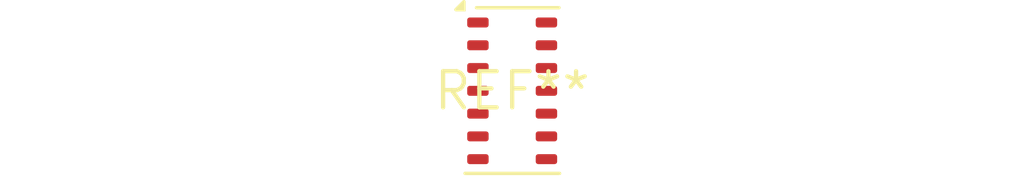
<source format=kicad_pcb>
(kicad_pcb (version 20240108) (generator pcbnew)
  (layers (0 "F.Cu" signal) (31 "B.Cu" signal) (34 "B.Paste" user) (35 "F.Paste" user) (36 "B.SilkS" user "B.Silkscreen") (37 "F.SilkS" user "F.Silkscreen") (38 "B.Mask" user) (39 "F.Mask" user) (44 "Edge.Cuts" user))
  (net 0 "")
  (footprint "Maxim_OLGA-14_3.3x5.6mm_P0.8mm" (layer "F.Cu") (at 0 0)
    (property "Reference" "REF**")
    (property "Value" "Maxim_OLGA-14_3.3x5.6mm_P0.8mm")
    (fp_line (start -1.25 -2.92) (end 1.64 -2.92) (layer "F.SilkS") (stroke (width 0.12)))
    (fp_line (start 1.66 2.9) (end -1.65 2.9) (layer "F.SilkS") (stroke (width 0.12)))
    (fp_poly (pts (xy -1.69 -2.85) (xy -1.97 -2.85) (xy -1.69 -3.13) (xy -1.69 -2.85)) (layer "F.SilkS") (stroke (width 0.12)) (fill solid))
    (pad "1" smd roundrect (at -1.2 -2.4) (size 0.75 0.35) (layers "F.Cu" "F.Paste" "F.Mask"))
    (pad "2" smd roundrect (at -1.2 -1.6) (size 0.75 0.35) (layers "F.Cu" "F.Paste" "F.Mask"))
    (pad "3" smd roundrect (at -1.2 -0.8) (size 0.75 0.35) (layers "F.Cu" "F.Paste" "F.Mask"))
    (pad "4" smd roundrect (at -1.2 0) (size 0.75 0.35) (layers "F.Cu" "F.Paste" "F.Mask"))
    (pad "5" smd roundrect (at -1.2 0.8) (size 0.75 0.35) (layers "F.Cu" "F.Paste" "F.Mask"))
    (pad "6" smd roundrect (at -1.2 1.6) (size 0.75 0.35) (layers "F.Cu" "F.Paste" "F.Mask"))
    (pad "7" smd roundrect (at -1.2 2.4) (size 0.75 0.35) (layers "F.Cu" "F.Paste" "F.Mask"))
    (pad "8" smd roundrect (at 1.2 2.4) (size 0.75 0.35) (layers "F.Cu" "F.Paste" "F.Mask"))
    (pad "9" smd roundrect (at 1.2 1.6) (size 0.75 0.35) (layers "F.Cu" "F.Paste" "F.Mask"))
    (pad "10" smd roundrect (at 1.2 0.8) (size 0.75 0.35) (layers "F.Cu" "F.Paste" "F.Mask"))
    (pad "11" smd roundrect (at 1.2 0) (size 0.75 0.35) (layers "F.Cu" "F.Paste" "F.Mask"))
    (pad "12" smd roundrect (at 1.2 -0.8) (size 0.75 0.35) (layers "F.Cu" "F.Paste" "F.Mask"))
    (pad "13" smd roundrect (at 1.2 -1.6) (size 0.75 0.35) (layers "F.Cu" "F.Paste" "F.Mask"))
    (pad "14" smd roundrect (at 1.2 -2.4) (size 0.75 0.35) (layers "F.Cu" "F.Paste" "F.Mask"))
  )
)
</source>
